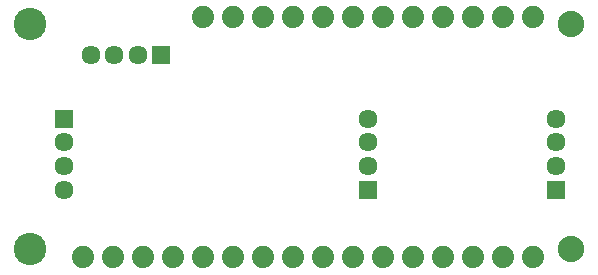
<source format=gbs>
G75*
%MOIN*%
%OFA0B0*%
%FSLAX25Y25*%
%IPPOS*%
%LPD*%
%AMOC8*
5,1,8,0,0,1.08239X$1,22.5*
%
%ADD10C,0.10800*%
%ADD11C,0.08800*%
%ADD12R,0.06350X0.06350*%
%ADD13C,0.06350*%
%ADD14C,0.07400*%
D10*
X0007991Y0009329D03*
X0007991Y0084290D03*
D11*
X0188156Y0084290D03*
X0188156Y0009329D03*
D12*
X0183219Y0028983D03*
X0120400Y0028983D03*
X0051644Y0073794D03*
X0019258Y0052605D03*
D13*
X0019258Y0044731D03*
X0019258Y0036857D03*
X0019258Y0028983D03*
X0028022Y0073794D03*
X0035896Y0073794D03*
X0043770Y0073794D03*
X0120400Y0052605D03*
X0120400Y0044731D03*
X0120400Y0036857D03*
X0183219Y0036857D03*
X0183219Y0044731D03*
X0183219Y0052605D03*
D14*
X0175400Y0086400D03*
X0165400Y0086400D03*
X0155400Y0086400D03*
X0145400Y0086400D03*
X0135400Y0086400D03*
X0125400Y0086400D03*
X0115400Y0086400D03*
X0105400Y0086400D03*
X0095400Y0086400D03*
X0085400Y0086400D03*
X0075400Y0086400D03*
X0065400Y0086400D03*
X0065400Y0006400D03*
X0055400Y0006400D03*
X0045400Y0006400D03*
X0035400Y0006400D03*
X0025400Y0006400D03*
X0075400Y0006400D03*
X0085400Y0006400D03*
X0095400Y0006400D03*
X0105400Y0006400D03*
X0115400Y0006400D03*
X0125400Y0006400D03*
X0135400Y0006400D03*
X0145400Y0006400D03*
X0155400Y0006400D03*
X0165400Y0006400D03*
X0175400Y0006400D03*
M02*

</source>
